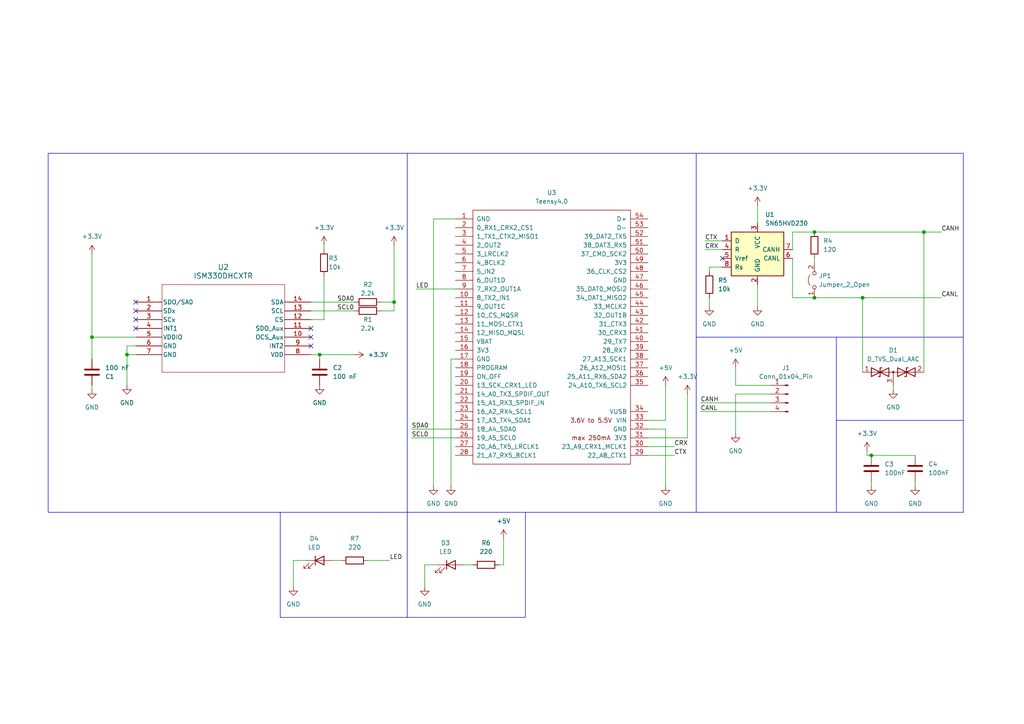
<source format=kicad_sch>
(kicad_sch (version 20230121) (generator eeschema)
  (paper "A4")
  (title_block (title "IMU Box") (date "2023-11-08") (rev "v2") (company "Sundevil Motorsports"))
  (lib_symbols
    (symbol "Connector:Conn_01x04_Pin" (pin_names (offset 1.016) hide)
      (property "Reference" "J" (at 0 5.08 0))
      (property "Value" "Conn_01x04_Pin" (at 0 -7.62 0))
      (symbol "Conn_01x04_Pin_1_1"
        (polyline (pts (xy 1.27 -5.08) (xy 0.8636 -5.08)) (stroke (width 0.1524)))
        (polyline (pts (xy 1.27 -2.54) (xy 0.8636 -2.54)) (stroke (width 0.1524)))
        (polyline (pts (xy 1.27 0) (xy 0.8636 0)) (stroke (width 0.1524)))
        (polyline (pts (xy 1.27 2.54) (xy 0.8636 2.54)) (stroke (width 0.1524)))
        (rectangle (start 0.8636 -4.953) (end 0 -5.207) (stroke (width 0.1524)) (fill (type outline)))
        (rectangle (start 0.8636 -2.413) (end 0 -2.667) (stroke (width 0.1524)) (fill (type outline)))
        (rectangle (start 0.8636 0.127) (end 0 -0.127) (stroke (width 0.1524)) (fill (type outline)))
        (rectangle (start 0.8636 2.667) (end 0 2.413) (stroke (width 0.1524)) (fill (type outline)))
        (pin passive line (at 5.08 2.54 180) (length 3.81) (name "Pin_1") (number "1"))
        (pin passive line (at 5.08 0 180) (length 3.81) (name "Pin_2") (number "2"))
        (pin passive line (at 5.08 -2.54 180) (length 3.81) (name "Pin_3") (number "3"))
        (pin passive line (at 5.08 -5.08 180) (length 3.81) (name "Pin_4") (number "4"))
      )
    )
    (symbol "Device:C" (pin_numbers hide) (pin_names (offset 0.254))
      (property "Reference" "C" (at 0.635 2.54 0))
      (property "Value" "C" (at 0.635 -2.54 0))
      (symbol "C_0_1"
        (polyline (pts (xy -2.032 -0.762) (xy 2.032 -0.762)) (stroke (width 0.508)))
        (polyline (pts (xy -2.032 0.762) (xy 2.032 0.762)) (stroke (width 0.508)))
      )
      (symbol "C_1_1"
        (pin passive line (at 0 3.81 270) (length 2.794) (name "~") (number "1"))
        (pin passive line (at 0 -3.81 90) (length 2.794) (name "~") (number "2"))
      )
    )
    (symbol "Device:D_TVS_Dual_AAC" (pin_names (offset 1.016) hide)
      (property "Reference" "D" (at 0 4.445 0))
      (property "Value" "D_TVS_Dual_AAC" (at 0 2.54 0))
      (symbol "D_TVS_Dual_AAC_0_0"
        (polyline (pts (xy 0 -1.27) (xy 0 0)))
      )
      (symbol "D_TVS_Dual_AAC_0_1"
        (polyline (pts (xy -6.35 0) (xy 6.35 0)))
        (polyline (pts (xy -3.302 1.27) (xy -3.81 1.27) (xy -3.81 -1.27) (xy -4.318 -1.27)) (stroke (width 0.254)))
        (polyline (pts (xy 4.318 1.27) (xy 3.81 1.27) (xy 3.81 -1.27) (xy 3.302 -1.27)) (stroke (width 0.254)))
        (polyline (pts (xy -6.35 1.27) (xy -1.27 -1.27) (xy -1.27 1.27) (xy -6.35 -1.27) (xy -6.35 1.27)) (stroke (width 0.254)))
        (polyline (pts (xy 6.35 1.27) (xy 1.27 -1.27) (xy 1.27 1.27) (xy 6.35 -1.27) (xy 6.35 1.27)) (stroke (width 0.254)))
        (circle (center 0 0) (radius 0.254) (fill (type outline)))
      )
      (symbol "D_TVS_Dual_AAC_1_1"
        (pin passive line (at -8.89 0 0) (length 2.54) (name "A1") (number "1"))
        (pin passive line (at 8.89 0 180) (length 2.54) (name "A2") (number "2"))
        (pin input line (at 0 -3.81 90) (length 2.54) (name "common") (number "3"))
      )
    )
    (symbol "Device:LED" (pin_numbers hide) (pin_names (offset 1.016) hide)
      (property "Reference" "D" (at 0 2.54 0))
      (property "Value" "LED" (at 0 -2.54 0))
      (symbol "LED_0_1"
        (polyline (pts (xy -1.27 -1.27) (xy -1.27 1.27)) (stroke (width 0.254)))
        (polyline (pts (xy -1.27 0) (xy 1.27 0)))
        (polyline (pts (xy 1.27 -1.27) (xy 1.27 1.27) (xy -1.27 0) (xy 1.27 -1.27)) (stroke (width 0.254)))
        (polyline (pts (xy -3.048 -0.762) (xy -4.572 -2.286) (xy -3.81 -2.286) (xy -4.572 -2.286) (xy -4.572 -1.524)))
        (polyline (pts (xy -1.778 -0.762) (xy -3.302 -2.286) (xy -2.54 -2.286) (xy -3.302 -2.286) (xy -3.302 -1.524)))
      )
      (symbol "LED_1_1"
        (pin passive line (at -3.81 0 0) (length 2.54) (name "K") (number "1"))
        (pin passive line (at 3.81 0 180) (length 2.54) (name "A") (number "2"))
      )
    )
    (symbol "Device:R" (pin_numbers hide) (pin_names (offset 0))
      (property "Reference" "R" (at 2.032 0 90))
      (property "Value" "R" (at 0 0 90))
      (symbol "R_0_1"
        (rectangle (start -1.016 -2.54) (end 1.016 2.54) (stroke (width 0.254)))
      )
      (symbol "R_1_1"
        (pin passive line (at 0 3.81 270) (length 1.27) (name "~") (number "1"))
        (pin passive line (at 0 -3.81 90) (length 1.27) (name "~") (number "2"))
      )
    )
    (symbol "Interface_CAN_LIN:SN65HVD230" (pin_names (offset 1.016))
      (property "Reference" "U" (at -2.54 10.16 0))
      (property "Value" "SN65HVD230" (at -2.54 7.62 0))
      (symbol "SN65HVD230_0_1"
        (rectangle (start -7.62 5.08) (end 7.62 -7.62) (stroke (width 0.254)) (fill (type background)))
      )
      (symbol "SN65HVD230_1_1"
        (pin input line (at -10.16 2.54 0) (length 2.54) (name "D") (number "1"))
        (pin power_in line (at 0 -10.16 90) (length 2.54) (name "GND") (number "2"))
        (pin power_in line (at 0 7.62 270) (length 2.54) (name "VCC") (number "3"))
        (pin output line (at -10.16 0 0) (length 2.54) (name "R") (number "4"))
        (pin output line (at -10.16 -2.54 0) (length 2.54) (name "Vref") (number "5"))
        (pin bidirectional line (at 10.16 -2.54 180) (length 2.54) (name "CANL") (number "6"))
        (pin bidirectional line (at 10.16 0 180) (length 2.54) (name "CANH") (number "7"))
        (pin input line (at -10.16 -5.08 0) (length 2.54) (name "Rs") (number "8"))
      )
    )
    (symbol "Jumper:Jumper_2_Open" (pin_names (offset 0) hide)
      (property "Reference" "JP" (at 0 2.794 0))
      (property "Value" "Jumper_2_Open" (at 0 -2.286 0))
      (symbol "Jumper_2_Open_0_0"
        (circle (center -2.032 0) (radius 0.508))
        (circle (center 2.032 0) (radius 0.508))
      )
      (symbol "Jumper_2_Open_0_1"
        (arc (start 1.524 1.27) (mid 0 1.778) (end -1.524 1.27))
      )
      (symbol "Jumper_2_Open_1_1"
        (pin passive line (at -5.08 0 0) (length 2.54) (name "A") (number "1"))
        (pin passive line (at 5.08 0 180) (length 2.54) (name "B") (number "2"))
      )
    )
    (symbol "Teensy4:Teensy4.0" (pin_names (offset 1.016))
      (property "Reference" "U" (at 0 39.37 0))
      (property "Value" "Teensy4.0" (at 0 -39.37 0))
      (symbol "Teensy4.0_0_0"
        (text "3.6V to 5.5V" (at 11.43 -24.13 0) (effects (font (size 1.27 1.27))))
        (text "max 250mA" (at 11.43 -29.21 0) (effects (font (size 1.27 1.27))))
        (pin bidirectional line (at -27.94 11.43 0) (length 5.08) (name "8_TX2_IN1") (number "10"))
        (pin bidirectional line (at -27.94 8.89 0) (length 5.08) (name "9_OUT1C") (number "11"))
        (pin bidirectional line (at -27.94 6.35 0) (length 5.08) (name "10_CS_MQSR") (number "12"))
        (pin bidirectional line (at -27.94 3.81 0) (length 5.08) (name "11_MOSI_CTX1") (number "13"))
        (pin bidirectional line (at -27.94 1.27 0) (length 5.08) (name "12_MISO_MQSL") (number "14"))
        (pin power_in line (at -27.94 -1.27 0) (length 5.08) (name "VBAT") (number "15"))
        (pin power_in line (at -27.94 -3.81 0) (length 5.08) (name "3V3") (number "16"))
        (pin power_in line (at -27.94 -6.35 0) (length 5.08) (name "GND") (number "17"))
        (pin input line (at -27.94 -8.89 0) (length 5.08) (name "PROGRAM") (number "18"))
        (pin input line (at -27.94 -11.43 0) (length 5.08) (name "ON_OFF") (number "19"))
        (pin bidirectional line (at -27.94 -13.97 0) (length 5.08) (name "13_SCK_CRX1_LED") (number "20"))
        (pin bidirectional line (at -27.94 -16.51 0) (length 5.08) (name "14_A0_TX3_SPDIF_OUT") (number "21"))
        (pin bidirectional line (at -27.94 -19.05 0) (length 5.08) (name "15_A1_RX3_SPDIF_IN") (number "22"))
        (pin bidirectional line (at -27.94 -21.59 0) (length 5.08) (name "16_A2_RX4_SCL1") (number "23"))
        (pin bidirectional line (at -27.94 -24.13 0) (length 5.08) (name "17_A3_TX4_SDA1") (number "24"))
        (pin bidirectional line (at -27.94 -26.67 0) (length 5.08) (name "18_A4_SDA0") (number "25"))
        (pin bidirectional line (at -27.94 -29.21 0) (length 5.08) (name "19_A5_SCL0") (number "26"))
        (pin bidirectional line (at -27.94 -31.75 0) (length 5.08) (name "20_A6_TX5_LRCLK1") (number "27"))
        (pin bidirectional line (at -27.94 -34.29 0) (length 5.08) (name "21_A7_RX5_BCLK1") (number "28"))
        (pin bidirectional line (at 27.94 -34.29 180) (length 5.08) (name "22_A8_CTX1") (number "29"))
        (pin bidirectional line (at 27.94 -31.75 180) (length 5.08) (name "23_A9_CRX1_MCLK1") (number "30"))
        (pin power_out line (at 27.94 -29.21 180) (length 5.08) (name "3V3") (number "31"))
        (pin power_in line (at 27.94 -26.67 180) (length 5.08) (name "GND") (number "32"))
        (pin power_in line (at 27.94 -24.13 180) (length 5.08) (name "VIN") (number "33"))
        (pin power_out line (at 27.94 -21.59 180) (length 5.08) (name "VUSB") (number "34"))
        (pin bidirectional line (at 27.94 -13.97 180) (length 5.08) (name "24_A10_TX6_SCL2") (number "35"))
        (pin bidirectional line (at 27.94 -11.43 180) (length 5.08) (name "25_A11_RX6_SDA2") (number "36"))
        (pin bidirectional line (at 27.94 -8.89 180) (length 5.08) (name "26_A12_MOSI1") (number "37"))
        (pin bidirectional line (at 27.94 -6.35 180) (length 5.08) (name "27_A13_SCK1") (number "38"))
        (pin bidirectional line (at 27.94 -3.81 180) (length 5.08) (name "28_RX7") (number "39"))
        (pin bidirectional line (at 27.94 -1.27 180) (length 5.08) (name "29_TX7") (number "40"))
        (pin bidirectional line (at 27.94 1.27 180) (length 5.08) (name "30_CRX3") (number "41"))
        (pin bidirectional line (at 27.94 3.81 180) (length 5.08) (name "31_CTX3") (number "42"))
        (pin bidirectional line (at 27.94 6.35 180) (length 5.08) (name "32_OUT1B") (number "43"))
        (pin bidirectional line (at 27.94 8.89 180) (length 5.08) (name "33_MCLK2") (number "44"))
        (pin bidirectional line (at 27.94 11.43 180) (length 5.08) (name "34_DAT1_MISO2") (number "45"))
        (pin bidirectional line (at 27.94 13.97 180) (length 5.08) (name "35_DAT0_MOSI2") (number "46"))
        (pin power_out line (at 27.94 16.51 180) (length 5.08) (name "GND") (number "47"))
        (pin bidirectional line (at 27.94 19.05 180) (length 5.08) (name "36_CLK_CS2") (number "48"))
        (pin power_out line (at 27.94 21.59 180) (length 5.08) (name "3V3") (number "49"))
        (pin bidirectional line (at -27.94 24.13 0) (length 5.08) (name "3_LRCLK2") (number "5"))
        (pin bidirectional line (at 27.94 24.13 180) (length 5.08) (name "37_CMD_SCK2") (number "50"))
        (pin bidirectional line (at 27.94 26.67 180) (length 5.08) (name "38_DAT3_RX5") (number "51"))
        (pin bidirectional line (at 27.94 29.21 180) (length 5.08) (name "39_DAT2_TX5") (number "52"))
        (pin bidirectional line (at 27.94 31.75 180) (length 5.08) (name "D-") (number "53"))
        (pin bidirectional line (at 27.94 34.29 180) (length 5.08) (name "D+") (number "54"))
        (pin bidirectional line (at -27.94 21.59 0) (length 5.08) (name "4_BCLK2") (number "6"))
        (pin bidirectional line (at -27.94 19.05 0) (length 5.08) (name "5_IN2") (number "7"))
        (pin bidirectional line (at -27.94 16.51 0) (length 5.08) (name "6_OUT1D") (number "8"))
        (pin bidirectional line (at -27.94 13.97 0) (length 5.08) (name "7_RX2_OUT1A") (number "9"))
      )
      (symbol "Teensy4.0_0_1"
        (rectangle (start -22.86 36.83) (end 22.86 -36.83))
        (rectangle (start -20.32 -31.75) (end -20.32 -31.75))
      )
      (symbol "Teensy4.0_1_1"
        (pin power_in line (at -27.94 34.29 0) (length 5.08) (name "GND") (number "1"))
        (pin bidirectional line (at -27.94 31.75 0) (length 5.08) (name "0_RX1_CRX2_CS1") (number "2"))
        (pin bidirectional line (at -27.94 29.21 0) (length 5.08) (name "1_TX1_CTX2_MISO1") (number "3"))
        (pin bidirectional line (at -27.94 26.67 0) (length 5.08) (name "2_OUT2") (number "4"))
      )
    )
    (symbol "ism330dhcx:ISM330DHCXTR" (pin_names (offset 0.254))
      (property "Reference" "U" (at 25.4 10.16 0))
      (property "Value" "ISM330DHCXTR" (at 25.4 7.62 0))
      (symbol "ISM330DHCXTR_0_1"
        (polyline (pts (xy 7.62 -20.32) (xy 43.18 -20.32)) (stroke (width 0.127)))
        (polyline (pts (xy 7.62 5.08) (xy 7.62 -20.32)) (stroke (width 0.127)))
        (polyline (pts (xy 43.18 -20.32) (xy 43.18 5.08)) (stroke (width 0.127)))
        (polyline (pts (xy 43.18 5.08) (xy 7.62 5.08)) (stroke (width 0.127)))
        (pin unspecified line (at 0 0 0) (length 7.62) (name "SDO/SA0") (number "1"))
        (pin unspecified line (at 50.8 -10.16 180) (length 7.62) (name "OCS_Aux") (number "10"))
        (pin unspecified line (at 50.8 -7.62 180) (length 7.62) (name "SDO_Aux") (number "11"))
        (pin unspecified line (at 50.8 -5.08 180) (length 7.62) (name "CS") (number "12"))
        (pin unspecified line (at 50.8 -2.54 180) (length 7.62) (name "SCL") (number "13"))
        (pin unspecified line (at 50.8 0 180) (length 7.62) (name "SDA") (number "14"))
        (pin unspecified line (at 0 -2.54 0) (length 7.62) (name "SDx") (number "2"))
        (pin unspecified line (at 0 -5.08 0) (length 7.62) (name "SCx") (number "3"))
        (pin input line (at 0 -7.62 0) (length 7.62) (name "INT1") (number "4"))
        (pin power_in line (at 0 -10.16 0) (length 7.62) (name "VDDIO") (number "5"))
        (pin power_out line (at 0 -12.7 0) (length 7.62) (name "GND") (number "6"))
        (pin power_out line (at 0 -15.24 0) (length 7.62) (name "GND") (number "7"))
        (pin power_in line (at 50.8 -15.24 180) (length 7.62) (name "VDD") (number "8"))
        (pin input line (at 50.8 -12.7 180) (length 7.62) (name "INT2") (number "9"))
      )
    )
    (symbol "power:+3.3V" (power) (pin_names (offset 0))
      (property "Value" "+3.3V" (at 0 3.556 0))
      (symbol "+3.3V_0_1"
        (polyline (pts (xy -0.762 1.27) (xy 0 2.54)))
        (polyline (pts (xy 0 0) (xy 0 2.54)))
        (polyline (pts (xy 0 2.54) (xy 0.762 1.27)))
      )
      (symbol "+3.3V_1_1"
        (pin power_in line (at 0 0 90) (length 0) hide (name "+3.3V") (number "1"))
      )
    )
    (symbol "power:+5V" (power) (pin_names (offset 0))
      (property "Value" "+5V" (at 0 3.556 0))
      (symbol "+5V_0_1"
        (polyline (pts (xy -0.762 1.27) (xy 0 2.54)))
        (polyline (pts (xy 0 0) (xy 0 2.54)))
        (polyline (pts (xy 0 2.54) (xy 0.762 1.27)))
      )
      (symbol "+5V_1_1"
        (pin power_in line (at 0 0 90) (length 0) hide (name "+5V") (number "1"))
      )
    )
    (symbol "power:GND" (power) (pin_names (offset 0))
      (property "Value" "GND" (at 0 -3.81 0))
      (symbol "GND_0_1"
        (polyline (pts (xy 0 0) (xy 0 -1.27) (xy 1.27 -1.27) (xy 0 -2.54) (xy -1.27 -1.27) (xy 0 -1.27)))
      )
      (symbol "GND_1_1"
        (pin power_in line (at 0 0 270) (length 0) hide (name "GND") (number "1"))
      )
    )
  )
  (junction (at 250.19 86.36))
  (junction (at 114.3 87.63))
  (junction (at 267.97 67.31))
  (junction (at 252.73 132.08))
  (junction (at 236.22 67.31))
  (junction (at 236.22 86.36))
  (junction (at 36.83 102.87))
  (junction (at 26.67 97.79))
  (junction (at 92.71 102.87))
  (no_connect (at 90.17 95.25))
  (no_connect (at 39.37 90.17))
  (no_connect (at 39.37 87.63))
  (no_connect (at 39.37 95.25))
  (no_connect (at 39.37 92.71))
  (no_connect (at 90.17 97.79))
  (no_connect (at 209.55 74.93))
  (no_connect (at 90.17 100.33))
  (wire (pts (xy 203.2 119.38) (xy 223.52 119.38)))
  (wire (pts (xy 114.3 71.12) (xy 114.3 87.63)))
  (wire (pts (xy 251.46 130.81) (xy 251.46 132.08)))
  (wire (pts (xy 204.47 72.39) (xy 209.55 72.39)))
  (wire (pts (xy 267.97 67.31) (xy 267.97 107.95)))
  (wire (pts (xy 251.46 132.08) (xy 252.73 132.08)))
  (wire (pts (xy 90.17 92.71) (xy 93.98 92.71)))
  (wire (pts (xy 39.37 100.33) (xy 36.83 100.33)))
  (wire (pts (xy 204.47 69.85) (xy 209.55 69.85)))
  (polyline (pts (xy 118.11 44.45) (xy 118.11 115.57)))
  (polyline (pts (xy 118.11 115.57) (xy 118.11 148.59)))
  (polyline (pts (xy 201.93 44.45) (xy 118.11 44.45)))
  (polyline (pts (xy 201.93 148.59) (xy 279.4 148.59)))
  (wire (pts (xy 114.3 87.63) (xy 110.49 87.63)))
  (wire (pts (xy 26.67 97.79) (xy 26.67 73.66)))
  (wire (pts (xy 125.73 63.5) (xy 125.73 140.97)))
  (wire (pts (xy 250.19 86.36) (xy 273.05 86.36)))
  (wire (pts (xy 213.36 114.3) (xy 213.36 125.73)))
  (wire (pts (xy 88.9 162.56) (xy 85.09 162.56)))
  (wire (pts (xy 187.96 127) (xy 199.39 127)))
  (wire (pts (xy 106.68 162.56) (xy 113.03 162.56)))
  (wire (pts (xy 209.55 77.47) (xy 205.74 77.47)))
  (wire (pts (xy 229.87 67.31) (xy 236.22 67.31)))
  (wire (pts (xy 199.39 127) (xy 199.39 114.3)))
  (polyline (pts (xy 81.28 148.59) (xy 81.28 179.07)))
  (wire (pts (xy 229.87 72.39) (xy 229.87 67.31)))
  (wire (pts (xy 114.3 90.17) (xy 110.49 90.17)))
  (polyline (pts (xy 201.93 44.45) (xy 279.4 44.45)))
  (wire (pts (xy 134.62 163.83) (xy 137.16 163.83)))
  (wire (pts (xy 36.83 102.87) (xy 39.37 102.87)))
  (wire (pts (xy 90.17 102.87) (xy 92.71 102.87)))
  (wire (pts (xy 120.65 83.82) (xy 132.08 83.82)))
  (wire (pts (xy 26.67 97.79) (xy 26.67 104.14)))
  (wire (pts (xy 187.96 129.54) (xy 195.58 129.54)))
  (wire (pts (xy 252.73 139.7) (xy 252.73 140.97)))
  (wire (pts (xy 219.71 82.55) (xy 219.71 88.9)))
  (wire (pts (xy 236.22 67.31) (xy 267.97 67.31)))
  (wire (pts (xy 267.97 67.31) (xy 273.05 67.31)))
  (wire (pts (xy 187.96 121.92) (xy 193.04 121.92)))
  (wire (pts (xy 213.36 111.76) (xy 223.52 111.76)))
  (wire (pts (xy 187.96 124.46) (xy 193.04 124.46)))
  (wire (pts (xy 205.74 86.36) (xy 205.74 88.9)))
  (wire (pts (xy 132.08 104.14) (xy 130.81 104.14)))
  (polyline (pts (xy 13.97 44.45) (xy 13.97 148.59)))
  (polyline (pts (xy 13.97 148.59) (xy 110.49 148.59)))
  (polyline (pts (xy 279.4 97.79) (xy 201.93 97.79)))
  (polyline (pts (xy 201.93 148.59) (xy 201.93 44.45)))
  (wire (pts (xy 250.19 86.36) (xy 250.19 107.95)))
  (wire (pts (xy 119.38 127) (xy 132.08 127)))
  (wire (pts (xy 252.73 132.08) (xy 265.43 132.08)))
  (wire (pts (xy 130.81 104.14) (xy 130.81 140.97)))
  (wire (pts (xy 146.05 156.21) (xy 146.05 163.83)))
  (polyline (pts (xy 152.4 179.07) (xy 152.4 148.59)))
  (wire (pts (xy 146.05 163.83) (xy 144.78 163.83)))
  (polyline (pts (xy 242.57 97.79) (xy 242.57 148.59)))
  (wire (pts (xy 203.2 116.84) (xy 223.52 116.84)))
  (wire (pts (xy 193.04 121.92) (xy 193.04 111.76)))
  (wire (pts (xy 93.98 71.12) (xy 93.98 72.39)))
  (wire (pts (xy 119.38 124.46) (xy 132.08 124.46)))
  (wire (pts (xy 36.83 100.33) (xy 36.83 102.87)))
  (wire (pts (xy 127 163.83) (xy 123.19 163.83)))
  (wire (pts (xy 229.87 86.36) (xy 236.22 86.36)))
  (wire (pts (xy 132.08 63.5) (xy 125.73 63.5)))
  (polyline (pts (xy 118.11 44.45) (xy 13.97 44.45)))
  (wire (pts (xy 92.71 102.87) (xy 92.71 104.14)))
  (polyline (pts (xy 110.49 148.59) (xy 201.93 148.59)))
  (wire (pts (xy 236.22 74.93) (xy 236.22 76.2)))
  (wire (pts (xy 92.71 102.87) (xy 102.87 102.87)))
  (polyline (pts (xy 118.11 179.07) (xy 152.4 179.07)))
  (wire (pts (xy 219.71 59.69) (xy 219.71 64.77)))
  (wire (pts (xy 205.74 77.47) (xy 205.74 78.74)))
  (wire (pts (xy 213.36 114.3) (xy 223.52 114.3)))
  (polyline (pts (xy 118.11 148.59) (xy 118.11 179.07)))
  (wire (pts (xy 259.08 113.03) (xy 259.08 111.76)))
  (wire (pts (xy 187.96 132.08) (xy 195.58 132.08)))
  (polyline (pts (xy 118.11 179.07) (xy 81.28 179.07)))
  (wire (pts (xy 265.43 139.7) (xy 265.43 140.97)))
  (wire (pts (xy 39.37 97.79) (xy 26.67 97.79)))
  (wire (pts (xy 114.3 87.63) (xy 114.3 90.17)))
  (polyline (pts (xy 279.4 148.59) (xy 279.4 97.79)))
  (polyline (pts (xy 279.4 44.45) (xy 279.4 97.79)))
  (wire (pts (xy 93.98 80.01) (xy 93.98 92.71)))
  (wire (pts (xy 229.87 74.93) (xy 229.87 86.36)))
  (polyline (pts (xy 242.57 121.92) (xy 279.4 121.92)))
  (wire (pts (xy 193.04 124.46) (xy 193.04 140.97)))
  (wire (pts (xy 36.83 102.87) (xy 36.83 111.76)))
  (wire (pts (xy 90.17 90.17) (xy 102.87 90.17)))
  (wire (pts (xy 236.22 86.36) (xy 250.19 86.36)))
  (wire (pts (xy 96.52 162.56) (xy 99.06 162.56)))
  (wire (pts (xy 90.17 87.63) (xy 102.87 87.63)))
  (wire (pts (xy 26.67 113.03) (xy 26.67 111.76)))
  (wire (pts (xy 123.19 163.83) (xy 123.19 170.18)))
  (wire (pts (xy 85.09 162.56) (xy 85.09 170.18)))
  (wire (pts (xy 213.36 106.68) (xy 213.36 111.76)))
  (label "CANL" (at 203.2 119.38 0))
  (label "CANL" (at 273.05 86.36 0))
  (label "SCL0" (at 119.38 127 0))
  (label "CTX" (at 204.47 69.85 0))
  (label "SDA0" (at 119.38 124.46 0))
  (label "CRX" (at 204.47 72.39 0))
  (label "CTX" (at 195.58 132.08 0))
  (label "CANH" (at 273.05 67.31 0))
  (label "CRX" (at 195.58 129.54 0))
  (label "SDA0" (at 97.79 87.63 0))
  (label "CANH" (at 203.2 116.84 0))
  (label "SCL0" (at 97.79 90.17 0))
  (label "LED" (at 113.03 162.56 0))
  (label "LED" (at 120.65 83.82 0))
  (symbol (lib_id "Teensy4:Teensy4.0") (at 160.02 97.79 0) (unit 1)
    (property "Reference" "U3" (at 160.02 55.88 0))
    (property "Value" "Teensy4.0" (at 160.02 58.42 0))
    (property "Footprint" "Teensy:Teensy40" (effects hide))
  )
  (symbol (lib_id "Device:R") (at 236.22 71.12 0) (unit 1)
    (property "Reference" "R4" (at 238.76 69.85 0) (effects (justify left)))
    (property "Value" "120" (at 238.76 72.39 0) (effects (justify left)))
    (property "Footprint" "Resistor_SMD:R_0402_1005Metric" (effects hide))
  )
  (symbol (lib_id "power:GND") (at 36.83 111.76 0) (unit 1)
    (property "Reference" "#PWR01" (effects hide))
    (property "Value" "GND" (at 36.83 116.84 0))
  )
  (symbol (lib_id "power:GND") (at 213.36 125.73 0) (unit 1)
    (property "Reference" "#PWR011" (effects hide))
    (property "Value" "GND" (at 213.36 130.81 0))
  )
  (symbol (lib_id "power:GND") (at 92.71 111.76 0) (unit 1)
    (property "Reference" "#PWR06" (effects hide))
    (property "Value" "GND" (at 92.71 116.84 0))
  )
  (symbol (lib_id "Device:R") (at 93.98 76.2 0) (unit 1)
    (property "Reference" "R3" (at 95.25 74.93 0) (effects (justify left)))
    (property "Value" "10k" (at 95.25 77.47 0) (effects (justify left)))
    (property "Footprint" "Resistor_SMD:R_0805_2012Metric" (effects hide))
  )
  (symbol (lib_id "power:+3.3V") (at 114.3 71.12 0) (unit 1)
    (property "Reference" "#PWR05" (effects hide))
    (property "Value" "+3.3V" (at 114.3 66.04 0))
  )
  (symbol (lib_id "power:GND") (at 125.73 140.97 0) (unit 1)
    (property "Reference" "#PWR020" (effects hide))
    (property "Value" "GND" (at 125.73 146.05 0))
  )
  (symbol (lib_id "Device:C") (at 26.67 107.95 0) (mirror x) (unit 1)
    (property "Reference" "C1" (at 30.48 109.22 0) (effects (justify left)))
    (property "Value" "100 nF" (at 30.48 106.68 0) (effects (justify left)))
    (property "Footprint" "Capacitor_SMD:C_0402_1005Metric" (effects hide))
  )
  (symbol (lib_id "power:+5V") (at 193.04 111.76 0) (unit 1)
    (property "Reference" "#PWR017" (effects hide))
    (property "Value" "+5V" (at 193.04 106.68 0))
  )
  (symbol (lib_id "Device:D_TVS_Dual_AAC") (at 259.08 107.95 0) (unit 1)
    (property "Reference" "D1" (at 259.08 101.6 0))
    (property "Value" "D_TVS_Dual_AAC" (at 259.08 104.14 0))
    (property "Footprint" "Package_TO_SOT_SMD:SOT-323_SC-70" (effects hide))
  )
  (symbol (lib_id "power:+3.3V") (at 102.87 102.87 270) (unit 1)
    (property "Reference" "#PWR08" (effects hide))
    (property "Value" "+3.3V" (at 106.68 102.87 90) (effects (justify left)))
  )
  (symbol (lib_id "power:GND") (at 219.71 88.9 0) (unit 1)
    (property "Reference" "#PWR02" (effects hide))
    (property "Value" "GND" (at 219.71 93.98 0))
  )
  (symbol (lib_id "power:+3.3V") (at 251.46 130.81 0) (unit 1)
    (property "Reference" "#PWR015" (effects hide))
    (property "Value" "+3.3V" (at 251.46 125.73 0))
  )
  (symbol (lib_id "Device:R") (at 106.68 90.17 90) (unit 1)
    (property "Reference" "R1" (at 106.68 92.71 90))
    (property "Value" "2.2k" (at 106.68 95.25 90))
    (property "Footprint" "Resistor_SMD:R_0603_1608Metric" (effects hide))
  )
  (symbol (lib_id "power:GND") (at 259.08 113.03 0) (unit 1)
    (property "Reference" "#PWR021" (effects hide))
    (property "Value" "GND" (at 259.08 118.11 0))
  )
  (symbol (lib_id "power:GND") (at 26.67 113.03 0) (unit 1)
    (property "Reference" "#PWR07" (effects hide))
    (property "Value" "GND" (at 26.67 118.11 0))
  )
  (symbol (lib_id "power:GND") (at 193.04 140.97 0) (unit 1)
    (property "Reference" "#PWR018" (effects hide))
    (property "Value" "GND" (at 193.04 146.05 0))
  )
  (symbol (lib_id "power:GND") (at 130.81 140.97 0) (unit 1)
    (property "Reference" "#PWR019" (effects hide))
    (property "Value" "GND" (at 130.81 146.05 0))
  )
  (symbol (lib_id "Device:R") (at 102.87 162.56 90) (unit 1)
    (property "Reference" "R7" (at 102.87 156.21 90))
    (property "Value" "220" (at 102.87 158.75 90))
    (property "Footprint" "Resistor_SMD:R_0805_2012Metric" (effects hide))
  )
  (symbol (lib_id "power:+5V") (at 213.36 106.68 0) (unit 1)
    (property "Reference" "#PWR012" (effects hide))
    (property "Value" "+5V" (at 213.36 101.6 0))
  )
  (symbol (lib_id "Connector:Conn_01x04_Pin") (at 228.6 114.3 0) (mirror y) (unit 1)
    (property "Reference" "J1" (at 227.965 106.68 0))
    (property "Value" "Conn_01x04_Pin" (at 227.965 109.22 0))
    (property "Footprint" "Connector_JST:JST_XA_B04B-XASK-1_1x04_P2.50mm_Vertical" (effects hide))
  )
  (symbol (lib_id "Device:R") (at 106.68 87.63 90) (unit 1)
    (property "Reference" "R2" (at 106.68 82.55 90))
    (property "Value" "2.2k" (at 106.68 85.09 90))
    (property "Footprint" "Resistor_SMD:R_0603_1608Metric" (effects hide))
  )
  (symbol (lib_id "Device:LED") (at 130.81 163.83 0) (unit 1)
    (property "Reference" "D3" (at 129.2225 157.48 0))
    (property "Value" "LED" (at 129.2225 160.02 0))
    (property "Footprint" "LED_SMD:LED_1206_3216Metric" (effects hide))
  )
  (symbol (lib_id "power:+3.3V") (at 93.98 71.12 0) (unit 1)
    (property "Reference" "#PWR03" (effects hide))
    (property "Value" "+3.3V" (at 93.98 66.04 0))
  )
  (symbol (lib_id "power:+5V") (at 146.05 156.21 0) (unit 1)
    (property "Reference" "#PWR022" (effects hide))
    (property "Value" "+5V" (at 146.05 151.13 0))
  )
  (symbol (lib_id "power:GND") (at 85.09 170.18 0) (unit 1)
    (property "Reference" "#PWR025" (effects hide))
    (property "Value" "GND" (at 85.09 175.26 0))
  )
  (symbol (lib_id "Device:R") (at 140.97 163.83 90) (unit 1)
    (property "Reference" "R6" (at 140.97 157.48 90))
    (property "Value" "220" (at 140.97 160.02 90))
    (property "Footprint" "Resistor_SMD:R_0805_2012Metric" (effects hide))
  )
  (symbol (lib_id "Device:LED") (at 92.71 162.56 0) (unit 1)
    (property "Reference" "D4" (at 91.1225 156.21 0))
    (property "Value" "LED" (at 91.1225 158.75 0))
    (property "Footprint" "LED_SMD:LED_1206_3216Metric" (effects hide))
  )
  (symbol (lib_id "Device:R") (at 205.74 82.55 0) (unit 1)
    (property "Reference" "R5" (at 208.28 81.28 0) (effects (justify left)))
    (property "Value" "10k" (at 208.28 83.82 0) (effects (justify left)))
    (property "Footprint" "Resistor_SMD:R_0805_2012Metric" (effects hide))
  )
  (symbol (lib_id "Device:C") (at 252.73 135.89 0) (unit 1)
    (property "Reference" "C3" (at 256.54 134.62 0) (effects (justify left)))
    (property "Value" "100nF" (at 256.54 137.16 0) (effects (justify left)))
    (property "Footprint" "Capacitor_SMD:C_0402_1005Metric" (effects hide))
  )
  (symbol (lib_id "power:GND") (at 123.19 170.18 0) (unit 1)
    (property "Reference" "#PWR023" (effects hide))
    (property "Value" "GND" (at 123.19 175.26 0))
  )
  (symbol (lib_id "power:GND") (at 265.43 140.97 0) (unit 1)
    (property "Reference" "#PWR014" (effects hide))
    (property "Value" "GND" (at 265.43 146.05 0))
  )
  (symbol (lib_id "Interface_CAN_LIN:SN65HVD230") (at 219.71 72.39 0) (unit 1)
    (property "Reference" "U1" (at 221.9041 62.23 0) (effects (justify left)))
    (property "Value" "SN65HVD230" (at 221.9041 64.77 0) (effects (justify left)))
    (property "Footprint" "Package_SO:SOIC-8_3.9x4.9mm_P1.27mm" (effects hide))
    (property "Datasheet" "http://www.ti.com/lit/ds/symlink/sn65hvd230.pdf" (effects hide))
  )
  (symbol (lib_id "ism330dhcx:ISM330DHCXTR") (at 39.37 87.63 0) (unit 1)
    (property "Reference" "U2" (at 64.77 77.47 0) (effects (font (size 1.524 1.524))))
    (property "Value" "ISM330DHCXTR" (at 64.77 80.01 0) (effects (font (size 1.524 1.524))))
    (property "Footprint" "ISM330DHCX:LGA-14L" (effects hide))
    (property "Datasheet" "ISM330DHCXTR" (effects hide))
  )
  (symbol (lib_id "Device:C") (at 92.71 107.95 0) (unit 1)
    (property "Reference" "C2" (at 96.52 106.68 0) (effects (justify left)))
    (property "Value" "100 nF" (at 96.52 109.22 0) (effects (justify left)))
    (property "Footprint" "Capacitor_SMD:C_0402_1005Metric" (effects hide))
  )
  (symbol (lib_id "Device:C") (at 265.43 135.89 0) (unit 1)
    (property "Reference" "C4" (at 269.24 134.62 0) (effects (justify left)))
    (property "Value" "100nF" (at 269.24 137.16 0) (effects (justify left)))
    (property "Footprint" "Capacitor_SMD:C_0402_1005Metric" (effects hide))
  )
  (symbol (lib_id "Jumper:Jumper_2_Open") (at 236.22 81.28 90) (unit 1)
    (property "Reference" "JP1" (at 237.49 80.01 90) (effects (justify right)))
    (property "Value" "Jumper_2_Open" (at 237.49 82.55 90) (effects (justify right)))
    (property "Footprint" "Connector_PinHeader_2.54mm:PinHeader_1x02_P2.54mm_Vertical" (effects hide))
  )
  (symbol (lib_id "power:+3.3V") (at 219.71 59.69 0) (unit 1)
    (property "Reference" "#PWR09" (effects hide))
    (property "Value" "+3.3V" (at 219.71 54.61 0))
  )
  (symbol (lib_id "power:+3.3V") (at 26.67 73.66 0) (unit 1)
    (property "Reference" "#PWR04" (effects hide))
    (property "Value" "+3.3V" (at 26.67 68.58 0))
  )
  (symbol (lib_id "power:GND") (at 205.74 88.9 0) (unit 1)
    (property "Reference" "#PWR010" (effects hide))
    (property "Value" "GND" (at 205.74 93.98 0))
  )
  (symbol (lib_id "power:GND") (at 252.73 140.97 0) (unit 1)
    (property "Reference" "#PWR013" (effects hide))
    (property "Value" "GND" (at 252.73 146.05 0))
  )
  (symbol (lib_id "power:+3.3V") (at 199.39 114.3 0) (unit 1)
    (property "Reference" "#PWR016" (effects hide))
    (property "Value" "+3.3V" (at 199.39 109.22 0))
  )
)
</source>
